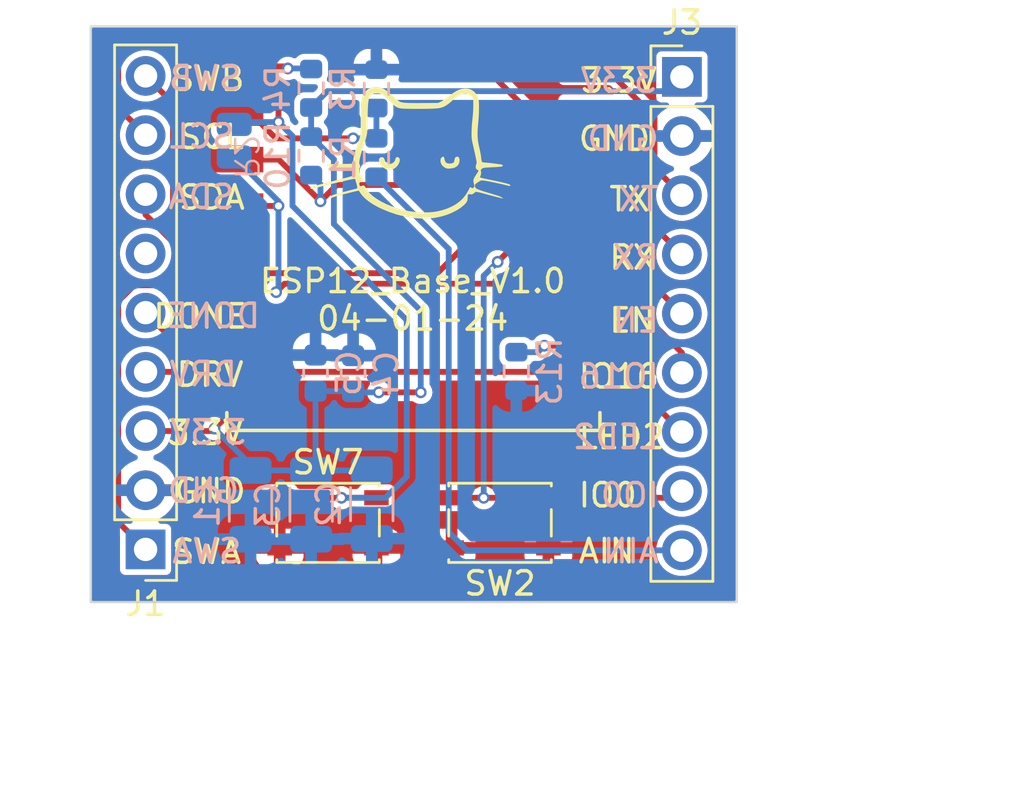
<source format=kicad_pcb>
(kicad_pcb (version 20221018) (generator pcbnew)
  (layers (0 "F.Cu" signal) (31 "B.Cu" signal) (34 "B.Paste" user) (35 "F.Paste" user) (36 "B.SilkS" user "B.Silkscreen") (37 "F.SilkS" user "F.Silkscreen") (38 "B.Mask" user) (39 "F.Mask" user) (44 "Edge.Cuts" user))
  (net 0 "")
  (net 1 "+3.3V")
  (net 2 "GND")
  (net 3 "Net-(U1-REST)")
  (net 4 "SW-A")
  (net 5 "DRIVE")
  (net 6 "DONE")
  (net 8 "SDA")
  (net 9 "SCL")
  (net 10 "SW-B")
  (net 11 "EN")
  (net 12 "IO0")
  (net 13 "Net-(J3-Pin_9)")
  (net 14 "LED2")
  (net 15 "RX")
  (net 16 "TX")
  (net 17 "IO16")
  (net 18 "ADC")
  (footprint "Connector_PinHeader_2.54mm:PinHeader_1x09_P2.54mm_Vertical" (layer "F.Cu") (at 137.7 80.84 180)
    (fp_text reference "J1" (at 0 -2.33) (layer "F.SilkS"))
    (fp_text value "Conn_01x09_Pin")
    (fp_line (start -1.33 -1.33) (end 0 -1.33) (stroke (width 0.12)) (layer "F.SilkS"))
    (fp_line (start -1.33 0) (end -1.33 -1.33) (stroke (width 0.12)) (layer "F.SilkS"))
    (fp_line (start -1.33 1.27) (end -1.33 21.65) (stroke (width 0.12)) (layer "F.SilkS"))
    (fp_line (start -1.33 1.27) (end 1.33 1.27) (stroke (width 0.12)) (layer "F.SilkS"))
    (fp_line (start -1.33 21.65) (end 1.33 21.65) (stroke (width 0.12)) (layer "F.SilkS"))
    (fp_line (start 1.33 1.27) (end 1.33 21.65) (stroke (width 0.12)) (layer "F.SilkS"))
    (pad "1" thru_hole rect (at 0 0 180) (size 1.7 1.7) (drill 1) (layers "*.Cu" "*.Mask") (net 4 "SW-A"))
    (pad "2" thru_hole oval (at 0 2.54 180) (size 1.7 1.7) (drill 1) (layers "*.Cu" "*.Mask") (net 2 "GND"))
    (pad "3" thru_hole oval (at 0 5.08 180) (size 1.7 1.7) (drill 1) (layers "*.Cu" "*.Mask") (net 1 "+3.3V"))
    (pad "4" thru_hole oval (at 0 7.62 180) (size 1.7 1.7) (drill 1) (layers "*.Cu" "*.Mask") (net 5 "DRIVE"))
    (pad "5" thru_hole oval (at 0 10.16 180) (size 1.7 1.7) (drill 1) (layers "*.Cu" "*.Mask") (net 6 "DONE"))
    (pad "6" thru_hole oval (at 0 12.7 180) (size 1.7 1.7) (drill 1) (layers "*.Cu" "*.Mask"))
    (pad "7" thru_hole oval (at 0 15.24 180) (size 1.7 1.7) (drill 1) (layers "*.Cu" "*.Mask") (net 8 "SDA"))
    (pad "8" thru_hole oval (at 0 17.78 180) (size 1.7 1.7) (drill 1) (layers "*.Cu" "*.Mask") (net 9 "SCL"))
    (pad "9" thru_hole oval (at 0 20.32 180) (size 1.7 1.7) (drill 1) (layers "*.Cu" "*.Mask") (net 10 "SW-B"))
  )
  (footprint "Button_Switch_SMD:SW_SPST_PTS810" (layer "F.Cu") (at 145.525 79.7)
    (fp_text reference "SW7" (at 0 -2.6) (layer "F.SilkS"))
    (fp_text value "SW_Push")
    (fp_line (start -2.2 -1.7) (end -2.2 -1.58) (stroke (width 0.12)) (layer "F.SilkS"))
    (fp_line (start -2.2 -0.57) (end -2.2 0.57) (stroke (width 0.12)) (layer "F.SilkS"))
    (fp_line (start -2.2 1.58) (end -2.2 1.7) (stroke (width 0.12)) (layer "F.SilkS"))
    (fp_line (start -2.2 1.7) (end 2.2 1.7) (stroke (width 0.12)) (layer "F.SilkS"))
    (fp_line (start 2.2 -1.7) (end -2.2 -1.7) (stroke (width 0.12)) (layer "F.SilkS"))
    (fp_line (start 2.2 -1.58) (end 2.2 -1.7) (stroke (width 0.12)) (layer "F.SilkS"))
    (fp_line (start 2.2 0.57) (end 2.2 -0.57) (stroke (width 0.12)) (layer "F.SilkS"))
    (fp_line (start 2.2 1.7) (end 2.2 1.58) (stroke (width 0.12)) (layer "F.SilkS"))
    (pad "1" smd rect (at -2.075 -1.075) (size 1.05 0.65) (layers "F.Cu" "F.Paste" "F.Mask") (net 3 "Net-(U1-REST)"))
    (pad "1" smd rect (at 2.075 -1.075) (size 1.05 0.65) (layers "F.Cu" "F.Paste" "F.Mask") (net 3 "Net-(U1-REST)"))
    (pad "2" smd rect (at -2.075 1.075) (size 1.05 0.65) (layers "F.Cu" "F.Paste" "F.Mask") (net 2 "GND"))
    (pad "2" smd rect (at 2.075 1.075) (size 1.05 0.65) (layers "F.Cu" "F.Paste" "F.Mask") (net 2 "GND"))
  )
  (footprint "Connector_PinHeader_2.54mm:PinHeader_1x09_P2.54mm_Vertical" (layer "F.Cu") (at 160.7 60.56)
    (fp_text reference "J3" (at 0 -2.33) (layer "F.SilkS"))
    (fp_text value "Conn_01x09_Pin")
    (fp_line (start -1.33 -1.33) (end 0 -1.33) (stroke (width 0.12)) (layer "F.SilkS"))
    (fp_line (start -1.33 0) (end -1.33 -1.33) (stroke (width 0.12)) (layer "F.SilkS"))
    (fp_line (start -1.33 1.27) (end -1.33 21.65) (stroke (width 0.12)) (layer "F.SilkS"))
    (fp_line (start -1.33 1.27) (end 1.33 1.27) (stroke (width 0.12)) (layer "F.SilkS"))
    (fp_line (start -1.33 21.65) (end 1.33 21.65) (stroke (width 0.12)) (layer "F.SilkS"))
    (fp_line (start 1.33 1.27) (end 1.33 21.65) (stroke (width 0.12)) (layer "F.SilkS"))
    (pad "1" thru_hole rect (at 0 0) (size 1.7 1.7) (drill 1) (layers "*.Cu" "*.Mask") (net 1 "+3.3V"))
    (pad "2" thru_hole oval (at 0 2.54) (size 1.7 1.7) (drill 1) (layers "*.Cu" "*.Mask") (net 2 "GND"))
    (pad "3" thru_hole oval (at 0 5.08) (size 1.7 1.7) (drill 1) (layers "*.Cu" "*.Mask") (net 16 "TX"))
    (pad "4" thru_hole oval (at 0 7.62) (size 1.7 1.7) (drill 1) (layers "*.Cu" "*.Mask") (net 15 "RX"))
    (pad "5" thru_hole oval (at 0 10.16) (size 1.7 1.7) (drill 1) (layers "*.Cu" "*.Mask") (net 11 "EN"))
    (pad "6" thru_hole oval (at 0 12.7) (size 1.7 1.7) (drill 1) (layers "*.Cu" "*.Mask") (net 17 "IO16"))
    (pad "7" thru_hole oval (at 0 15.24) (size 1.7 1.7) (drill 1) (layers "*.Cu" "*.Mask") (net 14 "LED2"))
    (pad "8" thru_hole oval (at 0 17.78) (size 1.7 1.7) (drill 1) (layers "*.Cu" "*.Mask") (net 12 "IO0"))
    (pad "9" thru_hole oval (at 0 20.32) (size 1.7 1.7) (drill 1) (layers "*.Cu" "*.Mask") (net 13 "Net-(J3-Pin_9)"))
  )
  (footprint "Button_Switch_SMD:SW_SPST_PTS810" (layer "F.Cu") (at 152.9 79.7 180)
    (fp_text reference "SW2" (at 0 -2.6) (layer "F.SilkS"))
    (fp_text value "SW_Push")
    (fp_line (start -2.2 -1.7) (end -2.2 -1.58) (stroke (width 0.12)) (layer "F.SilkS"))
    (fp_line (start -2.2 -0.57) (end -2.2 0.57) (stroke (width 0.12)) (layer "F.SilkS"))
    (fp_line (start -2.2 1.58) (end -2.2 1.7) (stroke (width 0.12)) (layer "F.SilkS"))
    (fp_line (start -2.2 1.7) (end 2.2 1.7) (stroke (width 0.12)) (layer "F.SilkS"))
    (fp_line (start 2.2 -1.7) (end -2.2 -1.7) (stroke (width 0.12)) (layer "F.SilkS"))
    (fp_line (start 2.2 -1.58) (end 2.2 -1.7) (stroke (width 0.12)) (layer "F.SilkS"))
    (fp_line (start 2.2 0.57) (end 2.2 -0.57) (stroke (width 0.12)) (layer "F.SilkS"))
    (fp_line (start 2.2 1.7) (end 2.2 1.58) (stroke (width 0.12)) (layer "F.SilkS"))
    (pad "1" smd rect (at -2.075 -1.075 180) (size 1.05 0.65) (layers "F.Cu" "F.Paste" "F.Mask") (net 2 "GND"))
    (pad "1" smd rect (at 2.075 -1.075 180) (size 1.05 0.65) (layers "F.Cu" "F.Paste" "F.Mask") (net 2 "GND"))
    (pad "2" smd rect (at -2.075 1.075 180) (size 1.05 0.65) (layers "F.Cu" "F.Paste" "F.Mask") (net 12 "IO0"))
    (pad "2" smd rect (at 2.075 1.075 180) (size 1.05 0.65) (layers "F.Cu" "F.Paste" "F.Mask") (net 12 "IO0"))
  )
  (footprint "catIcon.preety:catIcon8x8" (layer "F.Cu") (at 149.2 63.8)
    (fp_text reference "G***" hide)
    (fp_text value "LOGO" hide)
    (fp_poly (pts (xy 1.280427 0.18833) (xy 1.299885 0.215419) (xy 1.315426 0.269745) (xy 1.319786 0.291462) (xy 1.343038 0.374881) (xy 1.378369 0.431823) (xy 1.4298 0.46582) (xy 1.501356 0.480402) (xy 1.536394 0.48159) (xy 1.611172 0.475525) (xy 1.672726 0.458872) (xy 1.713836 0.433946) (xy 1.723198 0.421699) (xy 1.733389 0.391747) (xy 1.743773 0.344643) (xy 1.748074 0.318471) (xy 1.764604 0.24958) (xy 1.79201 0.207312) (xy 1.833058 0.188293) (xy 1.856453 0.186422) (xy 1.908289 0.196439) (xy 1.942483 0.228038) (xy 1.960594 0.28354) (xy 1.964548 0.347288) (xy 1.950664 0.450212) (xy 1.911111 0.536246) (xy 1.846762 0.604648) (xy 1.75849 0.654679) (xy 1.64717 0.685599) (xy 1.553517 0.695598) (xy 1.486214 0.697889) (xy 1.438985 0.695659) (xy 1.400942 0.68698) (xy 1.361196 0.669925) (xy 1.33629 0.657132) (xy 1.250718 0.597125) (xy 1.189267 0.521319) (xy 1.154551 0.433222) (xy 1.150008 0.407074) (xy 1.146995 0.323076) (xy 1.163435 0.260296) (xy 1.200617 0.214742) (xy 1.215685 0.204044) (xy 1.253533 0.185523)) (fill solid) (layer "F.SilkS"))
    (fp_poly (pts (xy -0.652424 0.215965) (xy -0.617732 0.253207) (xy -0.598368 0.306509) (xy -0.597794 0.362618) (xy -0.625613 0.456374) (xy -0.677541 0.548367) (xy -0.747358 0.63009) (xy -0.828844 0.693035) (xy -0.846667 0.702972) (xy -0.92126 0.728536) (xy -1.022551 0.741165) (xy -1.025321 0.741312) (xy -1.092446 0.742962) (xy -1.141746 0.738199) (xy -1.186173 0.724896) (xy -1.222166 0.708952) (xy -1.312894 0.652517) (xy -1.389435 0.579268) (xy -1.447451 0.495178) (xy -1.482609 0.406221) (xy -1.491376 0.337996) (xy -1.487766 0.288377) (xy -1.473519 0.256331) (xy -1.450443 0.234155) (xy -1.397251 0.207564) (xy -1.342402 0.205161) (xy -1.295659 0.22711) (xy -1.290973 0.231473) (xy -1.270322 0.262605) (xy -1.24855 0.311347) (xy -1.235992 0.348585) (xy -1.215094 0.406673) (xy -1.18986 0.443957) (xy -1.160646 0.466595) (xy -1.094546 0.49099) (xy -1.017473 0.49546) (xy -0.942371 0.479912) (xy -0.916333 0.46836) (xy -0.867375 0.432488) (xy -0.825617 0.38468) (xy -0.798528 0.334826) (xy -0.792294 0.304095) (xy -0.779415 0.253579) (xy -0.74593 0.21675) (xy -0.699563 0.201972) (xy -0.697973 0.201957)) (fill solid) (layer "F.SilkS"))
    (fp_poly (pts (xy -1.520755 -2.797124) (xy -1.435832 -2.779384) (xy -1.353717 -2.751792) (xy -1.270717 -2.712034) (xy -1.183137 -2.657796) (xy -1.087283 -2.586763) (xy -0.979461 -2.496623) (xy -0.855976 -2.38506) (xy -0.841685 -2.371761) (xy -0.775199 -2.311659) (xy -0.710893 -2.25695) (xy -0.654636 -2.212392) (xy -0.612296 -2.182741) (xy -0.60002 -2.175851) (xy -0.564848 -2.160956) (xy -0.524258 -2.148481) (xy -0.47548 -2.138255) (xy -0.415746 -2.130109) (xy -0.342287 -2.123874) (xy -0.252335 -2.119379) (xy -0.143122 -2.116456) (xy -0.011878 -2.114935) (xy 0.144164 -2.114645) (xy 0.327774 -2.115419) (xy 0.380612 -2.115774) (xy 1.048624 -2.120551) (xy 1.139922 -2.163315) (xy 1.196779 -2.192597) (xy 1.26054 -2.230946) (xy 1.334885 -2.280888) (xy 1.423495 -2.344946) (xy 1.530051 -2.425647) (xy 1.589994 -2.472081) (xy 1.719192 -2.566434) (xy 1.836252 -2.637403) (xy 1.946608 -2.687229) (xy 2.055693 -2.718154) (xy 2.168938 -2.732419) (xy 2.22483 -2.734005) (xy 2.346984 -2.724252) (xy 2.452239 -2.692629) (xy 2.548326 -2.636212) (xy 2.603073 -2.590819) (xy 2.68521 -2.501107) (xy 2.742191 -2.402281) (xy 2.778959 -2.285593) (xy 2.781034 -2.275902) (xy 2.789368 -2.214913) (xy 2.795061 -2.128553) (xy 2.798159 -2.022405) (xy 2.798708 -1.902051) (xy 2.796755 -1.773074) (xy 2.792347 -1.641058) (xy 2.785528 -1.511585) (xy 2.776346 -1.390238) (xy 2.773442 -1.359327) (xy 2.756124 -1.171103) (xy 2.744218 -1.008185) (xy 2.737929 -0.865253) (xy 2.737461 -0.736981) (xy 2.743018 -0.618048) (xy 2.754806 -0.50313) (xy 2.773028 -0.386904) (xy 2.797889 -0.264047) (xy 2.819039 -0.172552) (xy 2.840603 -0.07634) (xy 2.860845 0.025515) (xy 2.877638 0.121573) (xy 2.888859 0.200392) (xy 2.88972 0.208059) (xy 2.899149 0.294411) (xy 2.908381 0.354912) (xy 2.921555 0.394477) (xy 2.942808 0.41802) (xy 2.976278 0.430458) (xy 3.026102 0.436706) (xy 3.08575 0.440914) (xy 3.199601 0.450619) (xy 3.333681 0.464816) (xy 3.47768 0.482281) (xy 3.621287 0.501791) (xy 3.709021 0.514908) (xy 3.768669 0.525552) (xy 3.803309 0.535999) (xy 3.818891 0.548676) (xy 3.821651 0.560851) (xy 3.809186 0.590445) (xy 3.791375 0.605446) (xy 3.767184 0.611043) (xy 3.717086 0.617333) (xy 3.646224 0.623857) (xy 3.559739 0.630156) (xy 3.462773 0.635772) (xy 3.43795 0.636994) (xy 3.304515 0.643423) (xy 3.198446 0.64901) (xy 3.116069 0.654339) (xy 3.053714 0.659992) (xy 3.007707 0.666554) (xy 2.974376 0.674607) (xy 2.950049 0.684735) (xy 2.931054 0.697519) (xy 2.913718 0.713545) (xy 2.905961 0.721472) (xy 2.876435 0.757357) (xy 2.869474 0.779743) (xy 2.872656 0.783691) (xy 2.884227 0.806511) (xy 2.888902 0.849739) (xy 2.886973 0.903556) (xy 2.878731 0.958143) (xy 2.866239 0.999622) (xy 2.85131 1.037155) (xy 2.843344 1.060697) (xy 2.842936 1.063113) (xy 2.848854 1.072537) (xy 2.868518 1.082947) (xy 2.904793 1.095104) (xy 2.960543 1.109773) (xy 3.038634 1.127713) (xy 3.141929 1.149688) (xy 3.255707 1.172919) (xy 3.43285 1.209312) (xy 3.594753 1.243928) (xy 3.738996 1.27619) (xy 3.863159 1.305519) (xy 3.964822 1.331339) (xy 4.041565 1.35307) (xy 4.090969 1.370135) (xy 4.101189 1.374813) (xy 4.133838 1.398889) (xy 4.147061 1.423189) (xy 4.13896 1.440562) (xy 4.119745 1.44477) (xy 4.091595 1.440997) (xy 4.043245 1.431036) (xy 3.984457 1.416927) (xy 3.976045 1.414761) (xy 3.886536 1.392488) (xy 3.778458 1.367136) (xy 3.658241 1.340068) (xy 3.532312 1.31265) (xy 3.4071 1.286246) (xy 3.289032 1.262221) (xy 3.184537 1.241939) (xy 3.100042 1.226765) (xy 3.062306 1.22078) (xy 2.99144 1.210557) (xy 2.940237 1.205607) (xy 2.900255 1.207972) (xy 2.863056 1.219692) (xy 2.820199 1.242806) (xy 2.763242 1.279354) (xy 2.730306 1.301028) (xy 2.677771 1.336679) (xy 2.646429 1.36255) (xy 2.630894 1.384952) (xy 2.62578 1.410196) (xy 2.625443 1.423893) (xy 2.627835 1.461219) (xy 2.63686 1.493647) (xy 2.655295 1.522701) (xy 2.685917 1.549908) (xy 2.7315 1.576794) (xy 2.794823 1.604884) (xy 2.87866 1.635705) (xy 2.985788 1.670783) (xy 3.118983 1.711644) (xy 3.184709 1.731296) (xy 3.294501 1.764111) (xy 3.398041 1.79534) (xy 3.490496 1.823503) (xy 3.567034 1.847122) (xy 3.622822 1.864715) (xy 3.650765 1.873986) (xy 3.697184 1.893254) (xy 3.745916 1.917763) (xy 3.789761 1.943249) (xy 3.82152 1.965448) (xy 3.833992 1.980096) (xy 3.833261 1.98207) (xy 3.817071 1.980079) (xy 3.775074 1.971028) (xy 3.711455 1.95598) (xy 3.630398 1.935999) (xy 3.536087 1.912146) (xy 3.432705 1.885485) (xy 3.324436 1.857078) (xy 3.215464 1.827989) (xy 3.109973 1.799279) (xy 3.068196 1.787725) (xy 2.933871 1.751272) (xy 2.827385 1.724426) (xy 2.747138 1.706856) (xy 2.691531 1.698231) (xy 2.658965 1.698219) (xy 2.650884 1.701293) (xy 2.626958 1.719166) (xy 2.588848 1.747853) (xy 2.56444 1.766292) (xy 2.517461 1.797214) (xy 2.483163 1.807452) (xy 2.465027 1.804709) (xy 2.417059 1.796213) (xy 2.366887 1.797955) (xy 2.332591 1.808416) (xy 2.322797 1.829782) (xy 2.31643 1.875878) (xy 2.314399 1.931161) (xy 2.308591 2.019663) (xy 2.289034 2.092673) (xy 2.251623 2.159046) (xy 2.19225 2.227638) (xy 2.16417 2.255091) (xy 2.014968 2.378305) (xy 1.840009 2.490893) (xy 1.6433 2.591137) (xy 1.428849 2.677322) (xy 1.200662 2.747731) (xy 0.962748 2.80065) (xy 0.84662 2.819285) (xy 0.734159 2.830875) (xy 0.59989 2.837969) (xy 0.452745 2.840562) (xy 0.301661 2.838653) (xy 0.155571 2.832237) (xy 0.02341 2.821312) (xy 0.007768 2.819567) (xy -0.348048 2.76311) (xy -0.702674 2.676383) (xy -1.053561 2.560158) (xy -1.398161 2.415205) (xy -1.514255 2.359107) (xy -1.731144 2.24069) (xy -1.919799 2.116399) (xy -2.079518 1.986787) (xy -2.2096 1.852404) (xy -2.282861 1.755474) (xy -2.315465 1.707054) (xy -2.340942 1.669533) (xy -2.354734 1.649616) (xy -2.355765 1.64824) (xy -2.369864 1.647768) (xy -2.406969 1.653865) (xy -2.468332 1.666818) (xy -2.555204 1.68691) (xy -2.668834 1.714427) (xy -2.810475 1.749655) (xy -2.905076 1.77351) (xy -3.073983 1.816955) (xy -3.21359 1.854378) (xy -3.325009 1.886111) (xy -3.409354 1.912486) (xy -3.467739 1.933834) (xy -3.501278 1.950486) (xy -3.50236 1.951227) (xy -3.536119 1.97031) (xy -3.553032 1.965628) (xy -3.557554 1.937058) (xy -3.543065 1.889713) (xy -3.499258 1.849081) (xy -3.425621 1.81475) (xy -3.390287 1.80344) (xy -3.337444 1.788507) (xy -3.262056 1.76781) (xy -3.16972 1.74283) (xy -3.066031 1.715047) (xy -2.956586 1.685943) (xy -2.846981 1.656998) (xy -2.742813 1.629694) (xy -2.649677 1.605512) (xy -2.57317 1.585932) (xy -2.518888 1.572436) (xy -2.505046 1.569163) (xy -2.45801 1.557279) (xy -2.433786 1.544985) (xy -2.42482 1.525289) (xy -2.423554 1.49371) (xy -2.428857 1.450237) (xy -2.442696 1.390786) (xy -2.462064 1.328257) (xy -2.481099 1.27006) (xy -2.494951 1.219427) (xy -2.500798 1.186756) (xy -2.500834 1.185473) (xy -2.500985 1.169098) (xy -2.502925 1.156103) (xy -2.509401 1.146822) (xy -2.523162 1.141594) (xy -2.546957 1.140754) (xy -2.583533 1.144639) (xy -2.63564 1.153585) (xy -2.706026 1.167928) (xy -2.797439 1.188006) (xy -2.912627 1.214153) (xy -3.054339 1.246707) (xy -3.114801 1.260617) (xy -3.250294 1.292257) (xy -3.405147 1.329212) (xy -3.568674 1.368881) (xy -3.73019 1.408662) (xy -3.87901 1.445954) (xy -3.939186 1.461282) (xy -4.050138 1.489431) (xy -4.152435 1.514838) (xy -4.241874 1.536501) (xy -4.31425 1.553419) (xy -4.365358 1.564592) (xy -4.390993 1.569018) (xy -4.391928 1.569052) (xy -4.423795 1.55796) (xy -4.434146 1.531655) (xy -4.418975 1.500589) (xy -4.418396 1.500004) (xy -4.388971 1.481526) (xy -4.3442 1.464055) (xy -4.329729 1.459953) (xy -4.296574 1.451306) (xy -4.238431 1.435966) (xy -4.16033 1.415268) (xy -4.067297 1.390545) (xy -3.964362 1.363131) (xy -3.89156 1.343709) (xy -3.768155 1.31102) (xy -3.624255 1.273321) (xy -3.469509 1.233113) (xy -3.313572 1.1929) (xy -3.166094 1.155183) (xy -3.086222 1.134928) (xy -2.972964 1.106001) (xy -2.867874 1.078559) (xy -2.775216 1.053762) (xy -2.699257 1.032771) (xy -2.644261 1.016747) (xy -2.614493 1.006851) (xy -2.612399 1.005935) (xy -2.589973 0.992467) (xy -2.576957 0.973379) (xy -2.570208 0.940254) (xy -2.566586 0.884676) (xy -2.566512 0.883011) (xy -2.565041 0.832861) (xy -2.34289 0.832861) (xy -2.336996 0.890703) (xy -2.324706 0.93117) (xy -2.300533 0.967944) (xy -2.278458 0.993467) (xy -2.222666 1.066156) (xy -2.194597 1.130822) (xy -2.190459 1.164957) (xy -2.202389 1.201209) (xy -2.231723 1.241785) (xy -2.268779 1.27579) (xy -2.303619 1.292291) (xy -2.324704 1.298888) (xy -2.333619 1.316487) (xy -2.333807 1.353884) (xy -2.332913 1.367095) (xy -2.325838 1.42177) (xy -2.311098 1.44953) (xy -2.283126 1.454458) (xy -2.236353 1.440638) (xy -2.233901 1.439712) (xy -2.17811 1.423162) (xy -2.137082 1.42546) (xy -2.104028 1.449926) (xy -2.072159 1.499876) (xy -2.059581 1.524917) (xy -2.023906 1.58546) (xy -1.972156 1.656343) (xy -1.911738 1.727556) (xy -1.901527 1.738561) (xy -1.764354 1.866232) (xy -1.59989 1.988116) (xy -1.41161 2.102756) (xy -1.202991 2.208696) (xy -0.977507 2.304479) (xy -0.738635 2.388648) (xy -0.48985 2.459748) (xy -0.234629 2.51632) (xy 0.023553 2.556909) (xy 0.062141 2.561508) (xy 0.148713 2.568621) (xy 0.257365 2.573386) (xy 0.379193 2.575786) (xy 0.505294 2.575807) (xy 0.626766 2.573432) (xy 0.734706 2.568646) (xy 0.807829 2.562812) (xy 1.023083 2.529778) (xy 1.238354 2.476992) (xy 1.446262 2.406938) (xy 1.639425 2.322102) (xy 1.809847 2.225371) (xy 1.975736 2.103521) (xy 2.116353 1.968497) (xy 2.236479 1.815013) (xy 2.340288 1.63896) (xy 2.370913 1.579824) (xy 2.396028 1.531924) (xy 2.412402 1.501389) (xy 2.416892 1.493675) (xy 2.431258 1.497461) (xy 2.457009 1.513094) (xy 2.507951 1.536264) (xy 2.551187 1.530678) (xy 2.583776 1.49677) (xy 2.585163 1.494166) (xy 2.59601 1.468446) (xy 2.599171 1.441552) (xy 2.594189 1.404543) (xy 2.580606 1.34848) (xy 2.577014 1.33493) (xy 2.56245 1.273567) (xy 2.556635 1.222559) (xy 2.561344 1.175336) (xy 2.57835 1.125324) (xy 2.60943 1.065953) (xy 2.656358 0.99065) (xy 2.679592 0.955161) (xy 2.719135 0.894221) (xy 2.751442 0.842598) (xy 2.773123 0.805837) (xy 2.780795 0.789609) (xy 2.768419 0.775016) (xy 2.738262 0.755598) (xy 2.73465 0.753694) (xy 2.697328 0.728032) (xy 2.672509 0.699943) (xy 2.658375 0.647484) (xy 2.660036 0.582385) (xy 2.676859 0.518378) (xy 2.681333 0.508273) (xy 2.690951 0.485521) (xy 2.696104 0.462409) (xy 2.696408 0.432906) (xy 2.691479 0.390979) (xy 2.680935 0.330596) (xy 2.664749 0.247532) (xy 2.647411 0.163163) (xy 2.6249 0.058084) (xy 2.599303 -0.058207) (xy 2.572709 -0.17621) (xy 2.55062 -0.271866) (xy 2.526176 -0.376932) (xy 2.507958 -0.458927) (xy 2.495082 -0.525027) (xy 2.48666 -0.582404) (xy 2.481808 -0.638235) (xy 2.479639 -0.699693) (xy 2.479269 -0.773953) (xy 2.479667 -0.846667) (xy 2.484077 -1.006752) (xy 2.494748 -1.183598) (xy 2.510801 -1.363727) (xy 2.517116 -1.421468) (xy 2.536115 -1.615665) (xy 2.548725 -1.807767) (xy 2.55408 -1.984326) (xy 2.554164 -1.996269) (xy 2.554442 -2.093578) (xy 2.553697 -2.16555) (xy 2.551298 -2.217915) (xy 2.546618 -2.256405) (xy 2.539028 -2.286751) (xy 2.5279 -2.314683) (xy 2.516697 -2.337805) (xy 2.48633 -2.38874) (xy 2.449727 -2.425063) (xy 2.39532 -2.458114) (xy 2.392416 -2.459629) (xy 2.34852 -2.481045) (xy 2.311508 -2.493715) (xy 2.271086 -2.499393) (xy 2.21696 -2.499837) (xy 2.167156 -2.498048) (xy 2.096471 -2.492718) (xy 2.034749 -2.481492) (xy 1.976874 -2.461674) (xy 1.917735 -2.430564) (xy 1.852217 -2.385465) (xy 1.775207 -2.323679) (xy 1.681592 -2.242508) (xy 1.679767 -2.240892) (xy 1.565981 -2.142544) (xy 1.467832 -2.064479) (xy 1.379906 -2.004129) (xy 1.296786 -1.958928) (xy 1.213056 -1.926308) (xy 1.123301 -1.903702) (xy 1.022105 -1.888543) (xy 0.916575 -1.879132) (xy 0.841624 -1.875105) (xy 0.743513 -1.871781) (xy 0.626947 -1.86916) (xy 0.496626 -1.86724) (xy 0.357252 -1.866021) (xy 0.213529 -1.865503) (xy 0.070159 -1.865685) (xy -0.068157 -1.866566) (xy -0.196716 -1.868147) (xy -0.310816 -1.870425) (xy -0.405755 -1.873401) (xy -0.476829 -1.877074) (xy -0.503256 -1.879308) (xy -0.578725 -1.889089) (xy -0.643425 -1.902976) (xy -0.702004 -1.923787) (xy -0.75911 -1.954343) (xy -0.81939 -1.997461) (xy -0.887494 -2.055962) (xy -0.968069 -2.132664) (xy -1.041253 -2.205617) (xy -1.14034 -2.303566) (xy -1.223312 -2.380299) (xy -1.294194 -2.438257) (xy -1.357012 -2.479882) (xy -1.415791 -2.507616) (xy -1.474558 -2.5239) (xy -1.537338 -2.531175) (xy -1.5798 -2.532233) (xy -1.688527 -2.523792) (xy -1.774983 -2.49763) (xy -1.843248 -2.452484) (xy -1.846016 -2.449932) (xy -1.87485 -2.419973) (xy -1.895344 -2.388546) (xy -1.910774 -2.347693) (xy -1.924415 -2.289455) (xy -1.93451 -2.234893) (xy -1.943824 -2.177778) (xy -1.95164 -2.119173) (xy -1.958144 -2.055443) (xy -1.963522 -1.982952) (xy -1.967958 -1.898067) (xy -1.971638 -1.797151) (xy -1.974748 -1.676571) (xy -1.977473 -1.532691) (xy -1.979997 -1.361877) (xy -1.98034 -1.336025) (xy -1.982143 -1.194094) (xy -1.984059 -1.07714) (xy -1.986985 -0.979826) (xy -1.991819 -0.896813) (xy -1.999461 -0.822765) (xy -2.010808 -0.752344) (xy -2.026758 -0.680212) (xy -2.04821 -0.601032) (xy -2.076062 -0.509467) (xy -2.111211 -0.400178) (xy -2.154557 -0.26783) (xy -2.165957 -0.233028) (xy -2.223626 -0.052) (xy -2.269154 0.101941) (xy -2.302827 0.230183) (xy -2.324929 0.334116) (xy -2.335747 0.41513) (xy -2.335565 0.474614) (xy -2.324669 0.513958) (xy -2.320624 0.520376) (xy -2.301692 0.565163) (xy -2.305179 0.620989) (xy -2.324106 0.677208) (xy -2.341988 0.751136) (xy -2.34289 0.832861) (xy -2.565041 0.832861) (xy -2.564876 0.827228) (xy -2.568117 0.793062) (xy -2.579212 0.771122) (xy -2.60114 0.752011) (xy -2.610098 0.745553) (xy -2.628594 0.734225) (xy -2.651674 0.724882) (xy -2.683544 0.716871) (xy -2.728411 0.709542) (xy -2.790484 0.70224) (xy -2.873969 0.694315) (xy -2.983074 0.685114) (xy -3.018571 0.682238) (xy -3.175212 0.669494) (xy -3.30384 0.658638) (xy -3.407426 0.649244) (xy -3.488939 0.640886) (xy -3.551351 0.633139) (xy -3.597633 0.625577) (xy -3.630754 0.617773) (xy -3.653686 0.609304) (xy -3.6694 0.599742) (xy -3.680865 0.588662) (xy -3.682151 0.587144) (xy -3.706603 0.553771) (xy -3.709786 0.533404) (xy -3.693649 0.518128) (xy -3.67406 0.515093) (xy -3.627114 0.511856) (xy -3.556523 0.508553) (xy -3.465998 0.505318) (xy -3.359251 0.50229) (xy -3.239994 0.499602) (xy -3.138267 0.497792) (xy -2.602141 0.489358) (xy -2.592434 0.340792) (xy -2.582646 0.246345) (xy -2.564598 0.146565) (xy -2.536934 0.036223) (xy -2.498297 -0.08991) (xy -2.447331 -0.237064) (xy -2.430779 -0.282441) (xy -2.398797 -0.372128) (xy -2.366129 -0.468479) (xy -2.336942 -0.55895) (xy -2.318116 -0.621407) (xy -2.275902 -0.768991) (xy -2.274924 -1.429236) (xy -2.27442 -1.610094) (xy -2.273261 -1.763163) (xy -2.271103 -1.891723) (xy -2.267605 -1.999053) (xy -2.262425 -2.088435) (xy -2.25522 -2.163147) (xy -2.245648 -2.22647) (xy -2.233367 -2.281684) (xy -2.218034 -2.332068) (xy -2.199307 -2.380901) (xy -2.176845 -2.431466) (xy -2.168485 -2.449235) (xy -2.094471 -2.574727) (xy -2.004662 -2.673641) (xy -1.899904 -2.745522) (xy -1.781044 -2.789916) (xy -1.648927 -2.806369)) (fill solid) (layer "F.SilkS"))
  )
  (footprint "A_SensorNode:ESP12_SMD" (layer "F.Cu") (at 141.15 57.5125)
    (fp_text reference "U1" hide)
    (fp_text value "ESP-12F" hide)
    (fp_line (start 0.034 17.459) (end 0.034 18.221) (stroke (width 0.1524)) (layer "F.SilkS"))
    (fp_line (start 0.034 18.221) (end 16.036 18.221) (stroke (width 0.1524)) (layer "F.SilkS"))
    (fp_line (start 16.036 18.221) (end 16.036 17.459) (stroke (width 0.1524)) (layer "F.SilkS"))
    (pad "1" smd rect (at 1.05 2.6) (size 2.5 1.1) (drill (offset -0.7 0)) (layers "F.Cu" "F.Paste" "F.Mask") (net 3 "Net-(U1-REST)"))
    (pad "2" smd rect (at 1.05 4.6) (size 2.5 1.1) (drill (offset -0.7 0)) (layers "F.Cu" "F.Paste" "F.Mask") (net 18 "ADC"))
    (pad "3" smd rect (at 1.05 6.6) (size 2.5 1.1) (drill (offset -0.7 0)) (layers "F.Cu" "F.Paste" "F.Mask") (net 11 "EN"))
    (pad "4" smd rect (at 1.05 8.6) (size 2.5 1.1) (drill (offset -0.7 0)) (layers "F.Cu" "F.Paste" "F.Mask") (net 17 "IO16"))
    (pad "5" smd rect (at 1.05 10.6) (size 2.5 1.1) (drill (offset -0.7 0)) (layers "F.Cu" "F.Paste" "F.Mask") (net 10 "SW-B"))
    (pad "6" smd rect (at 1.05 12.6) (size 2.5 1.1) (drill (offset -0.7 0)) (layers "F.Cu" "F.Paste" "F.Mask") (net 4 "SW-A"))
    (pad "7" smd rect (at 1.05 14.6) (size 2.5 1.1) (drill (offset -0.7 0)) (layers "F.Cu" "F.Paste" "F.Mask") (net 6 "DONE"))
    (pad "8" smd rect (at 1.05 16.6) (size 2.5 1.1) (drill (offset -0.7 0)) (layers "F.Cu" "F.Paste" "F.Mask") (net 1 "+3.3V"))
    (pad "9" smd rect (at 15.05 16.6) (size 2.5 1.1) (drill (offset 0.7 0)) (layers "F.Cu" "F.Paste" "F.Mask") (net 2 "GND"))
    (pad "10" smd rect (at 15.05 14.6) (size 2.5 1.1) (drill (offset 0.7 0)) (layers "F.Cu" "F.Paste" "F.Mask") (net 5 "DRIVE"))
    (pad "11" smd rect (at 15.05 12.6) (size 2.5 1.1) (drill (offset 0.7 0)) (layers "F.Cu" "F.Paste" "F.Mask") (net 14 "LED2"))
    (pad "12" smd rect (at 15.05 10.6) (size 2.5 1.1) (drill (offset 0.7 0)) (layers "F.Cu" "F.Paste" "F.Mask") (net 12 "IO0"))
    (pad "13" smd rect (at 15.05 8.6) (size 2.5 1.1) (drill (offset 0.7 0)) (layers "F.Cu" "F.Paste" "F.Mask") (net 8 "SDA"))
    (pad "14" smd rect (at 15.05 6.6) (size 2.5 1.1) (drill (offset 0.7 0)) (layers "F.Cu" "F.Paste" "F.Mask") (net 9 "SCL"))
    (pad "15" smd rect (at 15.05 4.6) (size 2.5 1.1) (drill (offset 0.7 0)) (layers "F.Cu" "F.Paste" "F.Mask") (net 15 "RX"))
    (pad "16" smd rect (at 15.05 2.6) (size 2.5 1.1) (drill (offset 0.7 0)) (layers "F.Cu" "F.Paste" "F.Mask") (net 16 "TX"))
  )
  (footprint "Resistor_SMD:R_0603_1608Metric" (layer "B.Cu") (at 144.8 63.949999 -90)
    (fp_text reference "R10" (at 0 1.43 -270) (layer "B.SilkS") (effects (justify mirror)))
    (fp_text value "R")
    (fp_line (start -0.237258 -0.5225) (end 0.237258 -0.5225) (stroke (width 0.12)) (layer "B.SilkS"))
    (fp_line (start -0.237258 0.5225) (end 0.237258 0.5225) (stroke (width 0.12)) (layer "B.SilkS"))
    (pad "1" smd roundrect (at -0.825 0 270) (size 0.8 0.95) (layers "B.Cu" "B.Paste" "B.Mask") (net 1 "+3.3V"))
    (pad "2" smd roundrect (at 0.825 0 270) (size 0.8 0.95) (layers "B.Cu" "B.Paste" "B.Mask") (net 11 "EN"))
  )
  (footprint "Capacitor_SMD:C_0603_1608Metric" (layer "B.Cu") (at 144.99 73.275 90)
    (fp_text reference "C5" (at 0 1.43 90) (layer "B.SilkS") (effects (justify mirror)))
    (fp_text value ".1u")
    (fp_line (start -0.14058 -0.51) (end 0.14058 -0.51) (stroke (width 0.12)) (layer "B.SilkS"))
    (fp_line (start -0.14058 0.51) (end 0.14058 0.51) (stroke (width 0.12)) (layer "B.SilkS"))
    (pad "1" smd roundrect (at -0.775 0 90) (size 0.9 0.95) (layers "B.Cu" "B.Paste" "B.Mask") (net 1 "+3.3V"))
    (pad "2" smd roundrect (at 0.775 0 90) (size 0.9 0.95) (layers "B.Cu" "B.Paste" "B.Mask") (net 2 "GND"))
  )
  (footprint "Capacitor_SMD:C_0603_1608Metric" (layer "B.Cu") (at 146.6 73.3 90)
    (fp_text reference "C4" (at 0 1.43 90) (layer "B.SilkS") (effects (justify mirror)))
    (fp_text value "10u")
    (fp_line (start -0.14058 -0.51) (end 0.14058 -0.51) (stroke (width 0.12)) (layer "B.SilkS"))
    (fp_line (start -0.14058 0.51) (end 0.14058 0.51) (stroke (width 0.12)) (layer "B.SilkS"))
    (pad "1" smd roundrect (at -0.775 0 90) (size 0.9 0.95) (layers "B.Cu" "B.Paste" "B.Mask") (net 1 "+3.3V"))
    (pad "2" smd roundrect (at 0.775 0 90) (size 0.9 0.95) (layers "B.Cu" "B.Paste" "B.Mask") (net 2 "GND"))
  )
  (footprint "Capacitor_SMD:C_1206_3216Metric" (layer "B.Cu") (at 144.8 78.925 -90)
    (fp_text reference "C3" (at 0 1.85 90) (layer "B.SilkS") (effects (justify mirror)))
    (fp_text value "100u")
    (fp_line (start -0.711252 -0.91) (end 0.711252 -0.91) (stroke (width 0.12)) (layer "B.SilkS"))
    (fp_line (start -0.711252 0.91) (end 0.711252 0.91) (stroke (width 0.12)) (layer "B.SilkS"))
    (pad "1" smd roundrect (at -1.475 0 270) (size 1.15 1.8) (layers "B.Cu" "B.Paste" "B.Mask") (roundrect_rratio 0.2173913043) (net 1 "+3.3V"))
    (pad "2" smd roundrect (at 1.475 0 270) (size 1.15 1.8) (layers "B.Cu" "B.Paste" "B.Mask") (roundrect_rratio 0.2173913043) (net 2 "GND"))
  )
  (footprint "Capacitor_SMD:C_1206_3216Metric" (layer "B.Cu") (at 147.4 78.9 -90)
    (fp_text reference "C2" (at 0 1.85 90) (layer "B.SilkS") (effects (justify mirror)))
    (fp_text value "100u")
    (fp_line (start -0.711252 -0.91) (end 0.711252 -0.91) (stroke (width 0.12)) (layer "B.SilkS"))
    (fp_line (start -0.711252 0.91) (end 0.711252 0.91) (stroke (width 0.12)) (layer "B.SilkS"))
    (pad "1" smd roundrect (at -1.475 0 270) (size 1.15 1.8) (layers "B.Cu" "B.Paste" "B.Mask") (roundrect_rratio 0.2173913043) (net 1 "+3.3V"))
    (pad "2" smd roundrect (at 1.475 0 270) (size 1.15 1.8) (layers "B.Cu" "B.Paste" "B.Mask") (roundrect_rratio 0.2173913043) (net 2 "GND"))
  )
  (footprint "Resistor_SMD:R_0603_1608Metric" (layer "B.Cu") (at 144.8 61.049997 -90)
    (fp_text reference "R4" (at 0 1.43 -270) (layer "B.SilkS") (effects (justify mirror)))
    (fp_text value "R")
    (fp_line (start -0.237258 -0.5225) (end 0.237258 -0.5225) (stroke (width 0.12)) (layer "B.SilkS"))
    (fp_line (start -0.237258 0.5225) (end 0.237258 0.5225) (stroke (width 0.12)) (layer "B.SilkS"))
    (pad "1" smd roundrect (at -0.825 0 270) (size 0.8 0.95) (layers "B.Cu" "B.Paste" "B.Mask") (net 3 "Net-(U1-REST)"))
    (pad "2" smd roundrect (at 0.825 0 270) (size 0.8 0.95) (layers "B.Cu" "B.Paste" "B.Mask") (net 1 "+3.3V"))
  )
  (footprint "Resistor_SMD:R_0603_1608Metric" (layer "B.Cu") (at 153.6 73.2 90)
    (fp_text reference "R13" (at 0 1.43 90) (layer "B.SilkS") (effects (justify mirror)))
    (fp_text value "R")
    (fp_line (start -0.237258 -0.5225) (end 0.237258 -0.5225) (stroke (width 0.12)) (layer "B.SilkS"))
    (fp_line (start -0.237258 0.5225) (end 0.237258 0.5225) (stroke (width 0.12)) (layer "B.SilkS"))
    (pad "1" smd roundrect (at -0.825 0 90) (size 0.8 0.95) (layers "B.Cu" "B.Paste" "B.Mask") (net 2 "GND"))
    (pad "2" smd roundrect (at 0.825 0 90) (size 0.8 0.95) (layers "B.Cu" "B.Paste" "B.Mask") (net 5 "DRIVE"))
  )
  (footprint "A_SensorNode:Jumpper" (layer "B.Cu") (at 141.5 64 90)
    (fp_text reference "R2" (at 0 0.5 270 unlocked) (layer "B.SilkS") (effects (font (thickness 0.1)) (justify mirror)))
    (fp_text value "R")
    (pad "1" smd roundrect (at 0 0 90) (size 1 1.5) (layers "B.Cu" "B.Paste" "B.Mask") (net 17 "IO16"))
    (pad "2" smd roundrect (at 1.4 0 90) (size 1 1.5) (layers "B.Cu" "B.Paste" "B.Mask") (net 3 "Net-(U1-REST)"))
  )
  (footprint "Resistor_SMD:R_0603_1608Metric" (layer "B.Cu") (at 147.6 61.075 -90)
    (fp_text reference "R3" (at 0 1.43 -270) (layer "B.SilkS") (effects (justify mirror)))
    (fp_text value "R")
    (fp_line (start -0.237258 -0.5225) (end 0.237258 -0.5225) (stroke (width 0.12)) (layer "B.SilkS"))
    (fp_line (start -0.237258 0.5225) (end 0.237258 0.5225) (stroke (width 0.12)) (layer "B.SilkS"))
    (pad "1" smd roundrect (at -0.825 0 270) (size 0.8 0.95) (layers "B.Cu" "B.Paste" "B.Mask") (net 2 "GND"))
    (pad "2" smd roundrect (at 0.825 0 270) (size 0.8 0.95) (layers "B.Cu" "B.Paste" "B.Mask") (net 18 "ADC"))
  )
  (footprint "Capacitor_SMD:C_1206_3216Metric" (layer "B.Cu") (at 142.2 78.925 -90)
    (fp_text reference "C1" (at 0 1.85 90) (layer "B.SilkS") (effects (justify mirror)))
    (fp_text value "100u")
    (fp_line (start -0.711252 -0.91) (end 0.711252 -0.91) (stroke (width 0.12)) (layer "B.SilkS"))
    (fp_line (start -0.711252 0.91) (end 0.711252 0.91) (stroke (width 0.12)) (layer "B.SilkS"))
    (pad "1" smd roundrect (at -1.475 0 270) (size 1.15 1.8) (layers "B.Cu" "B.Paste" "B.Mask") (roundrect_rratio 0.2173913043) (net 1 "+3.3V"))
    (pad "2" smd roundrect (at 1.475 0 270) (size 1.15 1.8) (layers "B.Cu" "B.Paste" "B.Mask") (roundrect_rratio 0.2173913043) (net 2 "GND"))
  )
  (footprint "Resistor_SMD:R_0603_1608Metric" (layer "B.Cu") (at 147.599999 64.025 -90)
    (fp_text reference "R1" (at 0 1.43 90) (layer "B.SilkS") (effects (justify mirror)))
    (fp_text value "R")
    (fp_line (start -0.237258 -0.5225) (end 0.237258 -0.5225) (stroke (width 0.12)) (layer "B.SilkS"))
    (fp_line (start -0.237258 0.5225) (end 0.237258 0.5225) (stroke (width 0.12)) (layer "B.SilkS"))
    (pad "1" smd roundrect (at -0.825 0 270) (size 0.8 0.95) (layers "B.Cu" "B.Paste" "B.Mask") (net 18 "ADC"))
    (pad "2" smd roundrect (at 0.825 0 270) (size 0.8 0.95) (layers "B.Cu" "B.Paste" "B.Mask") (net 13 "Net-(J3-Pin_9)"))
  )
  (gr_rect (start 135.35 58.4) (end 163.05 83.1) (stroke (width 0.1)) (fill none) (layer "Edge.Cuts"))
  (gr_text "GND" (at 141.8 78.9) (layer "B.SilkS") (effects (font (size 1 1)) (justify left bottom mirror)))
  (gr_text "DONE" (at 142.7 71.4) (layer "B.SilkS") (effects (font (size 1 1)) (justify left bottom mirror)))
  (gr_text "GND" (at 159.8 63.8) (layer "B.SilkS") (effects (font (size 1 1)) (justify left bottom mirror)))
  (gr_text "LED2" (at 159.8 76.6) (layer "B.SilkS") (effects (font (size 1 1)) (justify left bottom mirror)))
  (gr_text "EN" (at 159.8 71.6) (layer "B.SilkS") (effects (font (size 1 1)) (justify left bottom mirror)))
  (gr_text "IO16" (at 159.8 74) (layer "B.SilkS") (effects (font (size 1 1)) (justify left bottom mirror)))
  (gr_text "IO0" (at 159.8 79.1) (layer "B.SilkS") (effects (font (size 1 1)) (justify left bottom mirror)))
  (gr_text "3.3V" (at 142.1 76.4) (layer "B.SilkS") (effects (font (size 1 1)) (justify left bottom mirror)))
  (gr_text "SDA" (at 141.6 66.3) (layer "B.SilkS") (effects (font (size 1 1)) (justify left bottom mirror)))
  (gr_text "SCL" (at 141.6 63.7) (layer "B.SilkS") (effects (font (size 1 1)) (justify left bottom mirror)))
  (gr_text "AIN" (at 159.8 81.5) (layer "B.SilkS") (effects (font (size 1 1)) (justify left bottom mirror)))
  (gr_text "TX" (at 159.8 66.4) (layer "B.SilkS") (effects (font (size 1 1)) (justify left bottom mirror)))
  (gr_text "3.3V" (at 159.7 61.3) (layer "B.SilkS") (effects (font (size 1 1)) (justify left bottom mirror)))
  (gr_text "RX" (at 159.8 68.9) (layer "B.SilkS") (effects (font (size 1 1)) (justify left bottom mirror)))
  (gr_text "SWB" (at 141.9 61.2) (layer "B.SilkS") (effects (font (size 1 1)) (justify left bottom mirror)))
  (gr_text "SWA" (at 141.9 81.5) (layer "B.SilkS") (effects (font (size 1 1)) (justify left bottom mirror)))
  (gr_text "DRV" (at 141.7 73.9) (layer "B.SilkS") (effects (font (size 1 1)) (justify left bottom mirror)))
  (gr_text "IO0" (at 156.183332 79.1) (layer "F.SilkS") (effects (font (size 1 1)) (justify left bottom)))
  (gr_text "AIN" (at 156.183332 81.5) (layer "F.SilkS") (effects (font (size 1 1)) (justify left bottom)))
  (gr_text "SWB" (at 138.74 61.225) (layer "F.SilkS") (effects (font (size 1 1)) (justify left bottom)))
  (gr_text "LED2" (at 156.183332 76.6) (layer "F.SilkS") (effects (font (size 1 1)) (justify left bottom)))
  (gr_text "SWA" (at 138.74 81.525) (layer "F.SilkS") (effects (font (size 1 1)) (justify left bottom)))
  (gr_text "RX" (at 157.5 68.9) (layer "F.SilkS") (effects (font (size 1 1)) (justify left bottom)))
  (gr_text "DRV" (at 138.94 73.925) (layer "F.SilkS") (effects (font (size 1 1)) (justify left bottom)))
  (gr_text "IO16" (at 156.183332 74) (layer "F.SilkS") (effects (font (size 1 1)) (justify left bottom)))
  (gr_text "GND" (at 156.183332 63.8) (layer "F.SilkS") (effects (font (size 1 1)) (justify left bottom)))
  (gr_text "TX" (at 157.5 66.4) (layer "F.SilkS") (effects (font (size 1 1)) (justify left bottom)))
  (gr_text "DONE" (at 137.94 71.425) (layer "F.SilkS") (effects (font (size 1 1)) (justify left bottom)))
  (gr_text "SCL" (at 139.04 63.725) (layer "F.SilkS") (effects (font (size 1 1)) (justify left bottom)))
  (gr_text "ESP12_Base_V1.0\n04-01-24" (at 149.156458 71.517096) (layer "F.SilkS") (effects (font (size 1 1)) (justify bottom)))
  (gr_text "EN" (at 157.5 71.6) (layer "F.SilkS") (effects (font (size 1 1)) (justify left bottom)))
  (gr_text "3.3V" (at 138.54 76.425) (layer "F.SilkS") (effects (font (size 1 1)) (justify left bottom)))
  (gr_text "GND" (at 138.84 78.925) (layer "F.SilkS") (effects (font (size 1 1)) (justify left bottom)))
  (gr_text "SDA" (at 139.04 66.325) (layer "F.SilkS") (effects (font (size 1 1)) (justify left bottom)))
  (gr_text "3.3V" (at 156.283332 61.3) (layer "F.SilkS") (effects (font (size 1 1)) (justify left bottom)))
  (segment (start 140.65625 75.65625) (end 142.2 74.1125) (width 0.25) (layer "F.Cu") (net 1))
  (segment (start 137.7 75.76) (end 140.5525 75.76) (width 0.25) (layer "F.Cu") (net 1))
  (segment (start 149.5 74.1) (end 147.7 74.1) (width 0.25) (layer "F.Cu") (net 1))
  (segment (start 140.5525 75.76) (end 140.65625 75.65625) (width 0.25) (layer "F.Cu") (net 1))
  (via (at 149.5 74.1) (size 0.5) (drill 0.3) (layers "F.Cu" "B.Cu") (net 1))
  (via (at 140.65625 75.65625) (size 0.5) (drill 0.3) (layers "F.Cu" "B.Cu") (net 1))
  (via (at 147.7 74.1) (size 0.5) (drill 0.3) (layers "F.Cu" "B.Cu") (net 1))
  (segment (start 146.575 74.05) (end 146.6 74.075) (width 0.25) (layer "B.Cu") (net 1))
  (segment (start 142.2 77.45) (end 142.2 77.2) (width 0.25) (layer "B.Cu") (net 1))
  (segment (start 142.225 77.45) (end 147.4 77.45) (width 0.25) (layer "B.Cu") (net 1))
  (segment (start 149.5 70.6) (end 149.5 74.1) (width 0.25) (layer "B.Cu") (net 1))
  (segment (start 144.99 74.05) (end 144.99 77.26) (width 0.25) (layer "B.Cu") (net 1))
  (segment (start 144.8 61.875) (end 144.799999 61.874998) (width 0.25) (layer "B.Cu") (net 1))
  (segment (start 144.99 77.26) (end 144.8 77.45) (width 0.25) (layer "B.Cu") (net 1))
  (segment (start 146.625 74.1) (end 146.6 74.075) (width 0.25) (layer "B.Cu") (net 1))
  (segment (start 147.7 74.1) (end 146.625 74.1) (width 0.25) (layer "B.Cu") (net 1))
  (segment (start 144.8 63.124999) (end 144.8 61.875) (width 0.25) (layer "B.Cu") (net 1))
  (segment (start 144.8 63.124999) (end 145.775 64.099999) (width 0.25) (layer "B.Cu") (net 1))
  (segment (start 144.99 74.05) (end 146.575 74.05) (width 0.25) (layer "B.Cu") (net 1))
  (segment (start 145.775 66.875) (end 149.5 70.6) (width 0.25) (layer "B.Cu") (net 1))
  (segment (start 144.8 61.874997) (end 145.499997 61.175) (width 0.25) (layer "B.Cu") (net 1))
  (segment (start 142.2 77.2) (end 140.65625 75.65625) (width 0.25) (layer "B.Cu") (net 1))
  (segment (start 145.499997 61.175) (end 160.085 61.175) (width 0.25) (layer "B.Cu") (net 1))
  (segment (start 147.4 77.45) (end 147.425 77.425) (width 0.25) (layer "B.Cu") (net 1))
  (segment (start 160.085 61.175) (end 160.7 60.56) (width 0.25) (layer "B.Cu") (net 1))
  (segment (start 145.775 64.099999) (end 145.775 66.875) (width 0.25) (layer "B.Cu") (net 1))
  (segment (start 143.7125 60.1125) (end 143.8 60.2) (width 0.25) (layer "F.Cu") (net 3))
  (segment (start 146.1 78.625) (end 147.7 78.625) (width 0.25) (layer "F.Cu") (net 3))
  (segment (start 143.55 78.625) (end 146.1 78.625) (width 0.25) (layer "F.Cu") (net 3))
  (segment (start 143.4 62.4) (end 143.4 62.5) (width 0.25) (layer "F.Cu") (net 3))
  (segment (start 142.2 60.1125) (end 143.4 61.3125) (width 0.25) (layer "F.Cu") (net 3))
  (segment (start 143.4 61.3125) (end 143.4 62.4) (width 0.25) (layer "F.Cu") (net 3))
  (segment (start 142.2 60.1125) (end 143.7125 60.1125) (width 0.25) (layer "F.Cu") (net 3))
  (via (at 146.1 78.625) (size 0.5) (drill 0.3) (layers "F.Cu" "B.Cu") (net 3))
  (via (at 143.8 60.2) (size 0.5) (drill 0.3) (layers "F.Cu" "B.Cu") (net 3))
  (via (at 143.4 62.5) (size 0.5) (drill 0.3) (layers "F.Cu" "B.Cu") (net 3))
  (segment (start 143.8 60.2) (end 144.775003 60.2) (width 0.25) (layer "B.Cu") (net 3))
  (segment (start 143.4 62.5) (end 141.6 62.5) (width 0.25) (layer "B.Cu") (net 3))
  (segment (start 144.775003 60.2) (end 144.8 60.224997) (width 0.25) (layer "B.Cu") (net 3))
  (segment (start 148.9 71) (end 144 66.1) (width 0.25) (layer "B.Cu") (net 3))
  (segment (start 144 66.1) (end 144 63.1) (width 0.25) (layer "B.Cu") (net 3))
  (segment (start 148.9 77.713173) (end 148.9 71) (width 0.25) (layer "B.Cu") (net 3))
  (segment (start 147.988173 78.625) (end 148.9 77.713173) (width 0.25) (layer "B.Cu") (net 3))
  (segment (start 146.1 78.625) (end 147.988173 78.625) (width 0.25) (layer "B.Cu") (net 3))
  (segment (start 144 63.1) (end 143.4 62.5) (width 0.25) (layer "B.Cu") (net 3))
  (segment (start 141.6 62.5) (end 141.5 62.6) (width 0.25) (layer "B.Cu") (net 3))
  (segment (start 137.213299 69.505) (end 141.5925 69.505) (width 0.25) (layer "F.Cu") (net 4))
  (segment (start 136.525 70.193299) (end 137.213299 69.505) (width 0.25) (layer "F.Cu") (net 4))
  (segment (start 137.7 80.84) (end 136.525 79.665) (width 0.25) (layer "F.Cu") (net 4))
  (segment (start 136.525 79.665) (end 136.525 70.193299) (width 0.25) (layer "F.Cu") (net 4))
  (segment (start 141.5925 69.505) (end 142.2 70.1125) (width 0.25) (layer "F.Cu") (net 4))
  (segment (start 155.0925 73.22) (end 156.2 72.1125) (width 0.25) (layer "F.Cu") (net 5))
  (segment (start 137.7 73.22) (end 155.0925 73.22) (width 0.25) (layer "F.Cu") (net 5))
  (segment (start 154.8 72.1) (end 156.1875 72.1) (width 0.25) (layer "F.Cu") (net 5))
  (segment (start 156.1875 72.1) (end 156.2 72.1125) (width 0.25) (layer "F.Cu") (net 5))
  (via (at 154.8 72.1) (size 0.5) (drill 0.3) (layers "F.Cu" "B.Cu") (net 5))
  (segment (start 154.525 72.375) (end 154.8 72.1) (width 0.25) (layer "B.Cu") (net 5))
  (segment (start 153.6 72.375) (end 154.525 72.375) (width 0.25) (layer "B.Cu") (net 5))
  (segment (start 139.1325 72.1125) (end 142.2 72.1125) (width 0.25) (layer "F.Cu") (net 6))
  (segment (start 137.7 70.68) (end 139.1325 72.1125) (width 0.25) (layer "F.Cu") (net 6))
  (segment (start 137.7 65.6) (end 137.7 66.478299) (width 0.25) (layer "F.Cu") (net 8))
  (segment (start 137.7 66.478299) (end 139.925 68.703299) (width 0.25) (layer "F.Cu") (net 8))
  (segment (start 139.925 68.703299) (end 139.925 68.9875) (width 0.25) (layer "F.Cu") (net 8))
  (segment (start 139.925 68.9875) (end 150.2125 68.9875) (width 0.25) (layer "F.Cu") (net 8))
  (segment (start 150.2125 68.9875) (end 153.0875 66.1125) (width 0.25) (layer "F.Cu") (net 8))
  (segment (start 153.0875 66.1125) (end 156.2 66.1125) (width 0.25) (layer "F.Cu") (net 8))
  (segment (start 151.325 59.2375) (end 156.2 64.1125) (width 0.25) (layer "F.Cu") (net 9))
  (segment (start 137.7 63.06) (end 136.525 61.885) (width 0.25) (layer "F.Cu") (net 9))
  (segment (start 137.1875 59.2375) (end 151.325 59.2375) (width 0.25) (layer "F.Cu") (net 9))
  (segment (start 136.525 59.9) (end 137.1875 59.2375) (width 0.25) (layer "F.Cu") (net 9))
  (segment (start 136.525 61.885) (end 136.525 59.9) (width 0.25) (layer "F.Cu") (net 9))
  (segment (start 140.6125 68.1125) (end 142.2 68.1125) (width 0.25) (layer "F.Cu") (net 10))
  (segment (start 137.7 60.52) (end 138.875 61.695) (width 0.25) (layer "F.Cu") (net 10))
  (segment (start 138.875 61.695) (end 138.875 66.375) (width 0.25) (layer "F.Cu") (net 10))
  (segment (start 138.875 66.375) (end 140.6125 68.1125) (width 0.25) (layer "F.Cu") (net 10))
  (segment (start 158.625 68.645) (end 158.625 65.325) (width 0.25) (layer "F.Cu") (net 11))
  (segment (start 142.2 64.1125) (end 143.4125 64.1125) (width 0.25) (layer "F.Cu") (net 11))
  (segment (start 158.5 65.2) (end 145.9 65.2) (width 0.25) (layer "F.Cu") (net 11))
  (segment (start 160.7 70.72) (end 158.625 68.645) (width 0.25) (layer "F.Cu") (net 11))
  (segment (start 158.625 65.325) (end 158.5 65.2) (width 0.25) (layer "F.Cu") (net 11))
  (segment (start 143.4125 64.1125) (end 145.2 65.9) (width 0.25) (layer "F.Cu") (net 11))
  (segment (start 145.9 65.2) (end 145.2 65.9) (width 0.25) (layer "F.Cu") (net 11))
  (via (at 145.2 65.9) (size 0.5) (drill 0.3) (layers "F.Cu" "B.Cu") (net 11))
  (segment (start 145.2 65.9) (end 145.2 65.174999) (width 0.25) (layer "B.Cu") (net 11))
  (segment (start 145.2 65.174999) (end 144.8 64.774999) (width 0.25) (layer "B.Cu") (net 11))
  (segment (start 160.415 78.625) (end 160.7 78.34) (width 0.25) (layer "F.Cu") (net 12))
  (segment (start 153.1875 68.1125) (end 152.8 68.5) (width 0.25) (layer "F.Cu") (net 12))
  (segment (start 154.975 78.625) (end 152.2 78.625) (width 0.25) (layer "F.Cu") (net 12))
  (segment (start 154.975 78.625) (end 160.415 78.625) (width 0.25) (layer "F.Cu") (net 12))
  (segment (start 156.2 68.1125) (end 153.1875 68.1125) (width 0.25) (layer "F.Cu") (net 12))
  (segment (start 152.2 78.625) (end 150.825 78.625) (width 0.25) (layer "F.Cu") (net 12))
  (via (at 152.8 68.5) (size 0.5) (drill 0.3) (layers "F.Cu" "B.Cu") (net 12))
  (via (at 152.2 78.625) (size 0.5) (drill 0.3) (layers "F.Cu" "B.Cu") (net 12))
  (segment (start 152.2 69.1) (end 152.8 68.5) (width 0.25) (layer "B.Cu") (net 12))
  (segment (start 152.2 78.625) (end 152.2 69.1) (width 0.25) (layer "B.Cu") (net 12))
  (segment (start 151.48 80.88) (end 160.7 80.88) (width 0.25) (layer "B.Cu") (net 13))
  (segment (start 147.599999 64.85) (end 150.7 67.950001) (width 0.25) (layer "B.Cu") (net 13))
  (segment (start 150.7 67.950001) (end 150.7 80.1) (width 0.25) (layer "B.Cu") (net 13))
  (segment (start 150.7 80.1) (end 151.48 80.88) (width 0.25) (layer "B.Cu") (net 13))
  (segment (start 159.1 74.2) (end 160.7 75.8) (width 0.25) (layer "F.Cu") (net 14))
  (segment (start 159.1 71.8625) (end 159.1 74.2) (width 0.25) (layer "F.Cu") (net 14))
  (segment (start 157.35 70.1125) (end 159.1 71.8625) (width 0.25) (layer "F.Cu") (net 14))
  (segment (start 156.2 70.1125) (end 157.35 70.1125) (width 0.25) (layer "F.Cu") (net 14))
  (segment (start 159.075 66.555) (end 160.7 68.18) (width 0.25) (layer "F.Cu") (net 15))
  (segment (start 157.35 62.1125) (end 159.075 63.8375) (width 0.25) (layer "F.Cu") (net 15))
  (segment (start 159.075 63.8375) (end 159.075 66.555) (width 0.25) (layer "F.Cu") (net 15))
  (segment (start 156.2 62.1125) (end 157.35 62.1125) (width 0.25) (layer "F.Cu") (net 15))
  (segment (start 159.525 62.2875) (end 159.525 64.465) (width 0.25) (layer "F.Cu") (net 16))
  (segment (start 157.35 60.1125) (end 159.525 62.2875) (width 0.25) (layer "F.Cu") (net 16))
  (segment (start 156.2 60.1125) (end 157.35 60.1125) (width 0.25) (layer "F.Cu") (net 16))
  (segment (start 159.525 64.465) (end 160.7 65.64) (width 0.25) (layer "F.Cu") (net 16))
  (segment (start 143.4 66.1) (end 142.2125 66.1) (width 0.25) (layer "F.Cu") (net 17))
  (segment (start 143.6625 69.4375) (end 153.511396 69.4375) (width 0.25) (layer "F.Cu") (net 17))
  (segment (start 143.3 69.8) (end 143.6625 69.4375) (width 0.25) (layer "F.Cu") (net 17))
  (segment (start 153.511396 69.4375) (end 153.711396 69.2375) (width 0.25) (layer "F.Cu") (net 17))
  (segment (start 158.475 69.2375) (end 158.475 70.175) (width 0.25) (layer "F.Cu") (net 17))
  (segment (start 142.2125 66.1) (end 142.2 66.1125) (width 0.25) (layer "F.Cu") (net 17))
  (segment (start 153.711396 69.2375) (end 158.475 69.2375) (width 0.25) (layer "F.Cu") (net 17))
  (segment (start 158.475 70.175) (end 160.7 72.4) (width 0.25) (layer "F.Cu") (net 17))
  (segment (start 160.7 72.4) (end 160.7 73.26) (width 0.25) (layer "F.Cu") (net 17))
  (via (at 143.4 66.1) (size 0.5) (drill 0.3) (layers "F.Cu" "B.Cu") (net 17))
  (via (at 143.3 69.8) (size 0.5) (drill 0.3) (layers "F.Cu" "B.Cu") (net 17))
  (segment (start 141.5 64) (end 143.4 65.9) (width 0.25) (layer "B.Cu") (net 17))
  (segment (start 143.4 65.9) (end 143.4 66.1) (width 0.25) (layer "B.Cu") (net 17))
  (segment (start 143.3 69.8) (end 143.4 69.7) (width 0.25) (layer "B.Cu") (net 17))
  (segment (start 143.4 69.7) (end 143.4 66.1) (width 0.25) (layer "B.Cu") (net 17))
  (segment (start 142.2 62.113173) (end 142.2 62.1125) (width 0.25) (layer "F.Cu") (net 18))
  (segment (start 143.286827 63.2) (end 142.2 62.113173) (width 0.25) (layer "F.Cu") (net 18))
  (segment (start 146.6 63.2) (end 143.286827 63.2) (width 0.25) (layer "F.Cu") (net 18))
  (via (at 146.6 63.2) (size 0.5) (drill 0.3) (layers "F.Cu" "B.Cu") (net 18))
  (segment (start 147.599999 63.2) (end 147.599999 61.899999) (width 0.25) (layer "B.Cu") (net 18))
  (segment (start 146.6 63.2) (end 147.599999 63.2) (width 0.25) (layer "B.Cu") (net 18))
  (zone (net 2) (net_name "GND") (layers "F&B.Cu") (connect_pads (clearance 0.25)) (min_thickness 0.25) (fill yes (thermal_gap 0.5) (thermal_bridge_width 0.5))
    (polygon (pts (xy 163 58.4) (xy 163 83.1) (xy 135.4 83.1) (xy 135.4 58.4)))
  )
)
</source>
